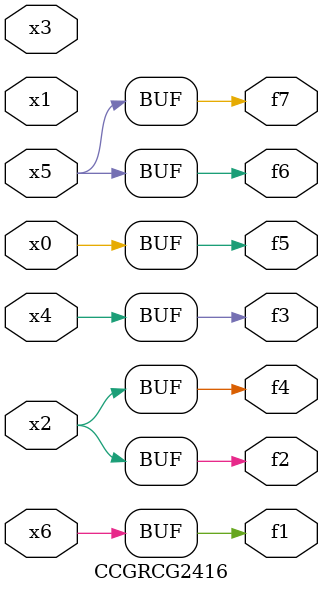
<source format=v>
module CCGRCG2416(
	input x0, x1, x2, x3, x4, x5, x6,
	output f1, f2, f3, f4, f5, f6, f7
);
	assign f1 = x6;
	assign f2 = x2;
	assign f3 = x4;
	assign f4 = x2;
	assign f5 = x0;
	assign f6 = x5;
	assign f7 = x5;
endmodule

</source>
